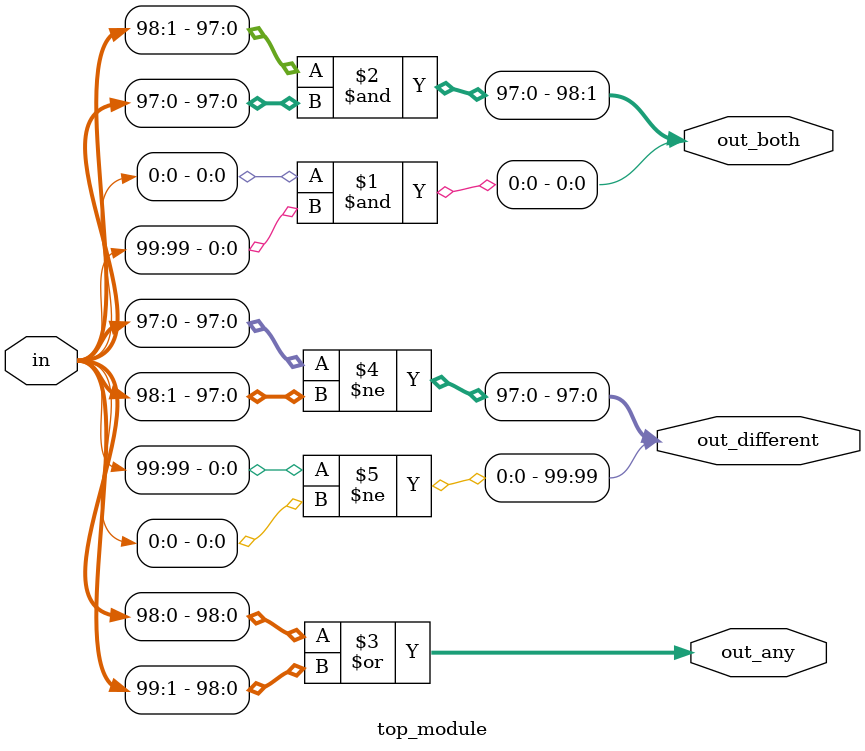
<source format=sv>
module top_module (
	input [99:0] in,
	output [98:0] out_both,
	output [99:1] out_any,
	output [99:0] out_different
);

	// Logic for out_both
	assign out_both[0] = (in[0] & in[99]);
	assign out_both[1:98] = in[1:98] & in[0:97];

	// Logic for out_any
	assign out_any[1:99] = in[0:98] | in[1:99];

	// Logic for out_different
	assign out_different[0:97] = in[0:97] != in[1:98];
	assign out_different[99] = (in[99] != in[0]);

endmodule

</source>
